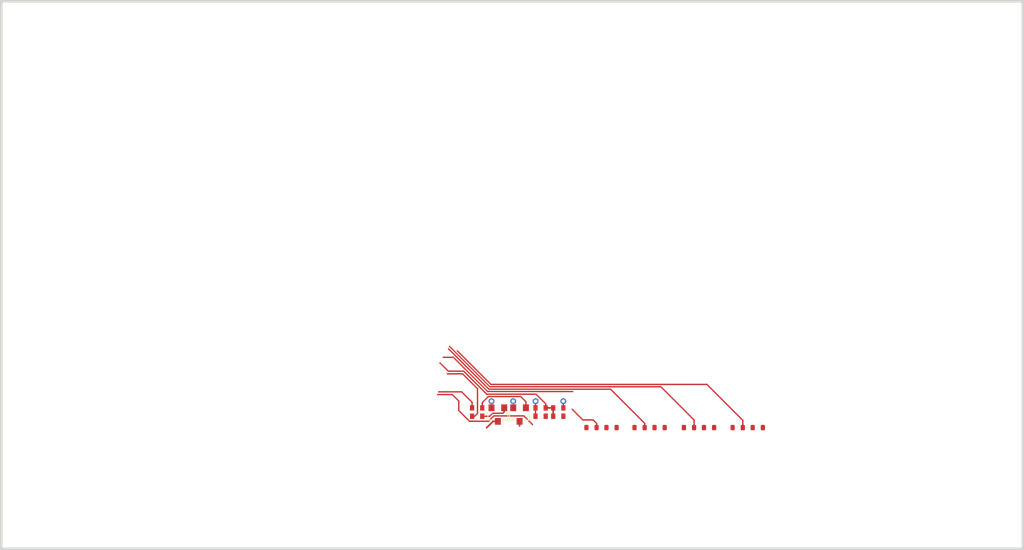
<source format=kicad_pcb>
(kicad_pcb (version 20171130) (host pcbnew "(5.1.5)-2")

  (general
    (thickness 1.6)
    (drawings 9)
    (tracks 67)
    (zones 0)
    (modules 16)
    (nets 15)
  )

  (page A4)
  (title_block
    (title "PRiMA 16G")
    (date "1 mar 2016")
    (rev 1.1)
    (company GENEVO)
  )

  (layers
    (0 Front signal)
    (31 Back signal)
    (32 B.Adhes user)
    (33 F.Adhes user)
    (34 B.Paste user)
    (35 F.Paste user)
    (36 B.SilkS user)
    (37 F.SilkS user)
    (38 B.Mask user)
    (39 F.Mask user)
    (40 Dwgs.User user)
    (41 Cmts.User user)
    (42 Eco1.User user)
    (43 Eco2.User user)
    (44 Edge.Cuts user)
    (45 Margin user)
    (46 B.CrtYd user)
    (47 F.CrtYd user)
    (48 B.Fab user)
    (49 F.Fab user)
  )

  (setup
    (last_trace_width 0.2032)
    (user_trace_width 0.254)
    (user_trace_width 0.3)
    (user_trace_width 0.4064)
    (user_trace_width 0.5)
    (user_trace_width 0.635)
    (user_trace_width 0.762)
    (user_trace_width 1.016)
    (user_trace_width 1.27)
    (trace_clearance 0.1524)
    (zone_clearance 0.254)
    (zone_45_only no)
    (trace_min 0)
    (via_size 0.889)
    (via_drill 0.4826)
    (via_min_size 0.03556)
    (via_min_drill 0.4)
    (user_via 0.635 0.4)
    (user_via 0.75 0.4)
    (uvia_size 0.508)
    (uvia_drill 0.127)
    (uvias_allowed yes)
    (uvia_min_size 0.02032)
    (uvia_min_drill 0.127)
    (edge_width 0.381)
    (segment_width 0.381)
    (pcb_text_width 0.3048)
    (pcb_text_size 1.524 2.032)
    (mod_edge_width 0.381)
    (mod_text_size 1.524 1.524)
    (mod_text_width 0.3048)
    (pad_size 3.1 3.1)
    (pad_drill 3.1)
    (pad_to_mask_clearance 0.05)
    (solder_mask_min_width 0.05)
    (aux_axis_origin 0 0)
    (visible_elements 7EFDEFFF)
    (pcbplotparams
      (layerselection 0x010dc_ffffffff)
      (usegerberextensions true)
      (usegerberattributes false)
      (usegerberadvancedattributes false)
      (creategerberjobfile false)
      (excludeedgelayer true)
      (linewidth 0.150000)
      (plotframeref false)
      (viasonmask false)
      (mode 1)
      (useauxorigin false)
      (hpglpennumber 1)
      (hpglpenspeed 20)
      (hpglpendiameter 15.000000)
      (psnegative false)
      (psa4output false)
      (plotreference true)
      (plotvalue false)
      (plotinvisibletext false)
      (padsonsilk false)
      (subtractmaskfromsilk false)
      (outputformat 1)
      (mirror false)
      (drillshape 0)
      (scaleselection 1)
      (outputdirectory "X:/genevo/!dok_produkcyjna/EvoLiNK/EVOBOX/REV1.3/GERBER_SINGLE/"))
  )

  (net 0 "")
  (net 1 GND)
  (net 2 ZD1)
  (net 3 ZD2)
  (net 4 ZD3)
  (net 5 ZD4)
  (net 6 ZREF)
  (net 7 "Net-(R309-Pad1)")
  (net 8 "Net-(R501-Pad1)")
  (net 9 "Net-(R502-Pad1)")
  (net 10 CXTX)
  (net 11 "Net-(R506-Pad1)")
  (net 12 "Net-(R507-Pad1)")
  (net 13 DXTX)
  (net 14 DXRX)

  (net_class Default "This is the default net class."
    (clearance 0.1524)
    (trace_width 0.2032)
    (via_dia 0.889)
    (via_drill 0.4826)
    (uvia_dia 0.508)
    (uvia_drill 0.127)
    (add_net CXTX)
    (add_net DXRX)
    (add_net DXTX)
    (add_net GND)
    (add_net "Net-(R309-Pad1)")
    (add_net "Net-(R501-Pad1)")
    (add_net "Net-(R502-Pad1)")
    (add_net "Net-(R506-Pad1)")
    (add_net "Net-(R507-Pad1)")
    (add_net ZD1)
    (add_net ZD2)
    (add_net ZD3)
    (add_net ZD4)
    (add_net ZREF)
  )

  (net_class Power ""
    (clearance 0.1524)
    (trace_width 0.4064)
    (via_dia 0.889)
    (via_drill 0.4826)
    (uvia_dia 0.508)
    (uvia_drill 0.127)
  )

  (module GENEVO_custom_libs:0603_REF_R_MK (layer Front) (tedit 5C533CC3) (tstamp 5DFFCF85)
    (at 60.2753 52.14914 180)
    (descr "IEC 61188-7 “Level B”")
    (path /5BDFB9A9/5E100A3C)
    (attr smd)
    (fp_text reference R506 (at 0 0 180) (layer Cmts.User)
      (effects (font (size 0.8001 0.59944) (thickness 0.1016)))
    )
    (fp_text value 2k2 (at 0 0 180) (layer Cmts.User)
      (effects (font (size 0.8001 0.59944) (thickness 0.1016)))
    )
    (fp_line (start -1.34874 0.65024) (end 1.34874 0.65024) (layer Dwgs.User) (width 0.09906))
    (fp_line (start 1.34874 0.65024) (end 1.34874 -0.65024) (layer Dwgs.User) (width 0.09906))
    (fp_line (start 1.34874 -0.65024) (end -1.34874 -0.65024) (layer Dwgs.User) (width 0.09906))
    (fp_line (start -1.34874 -0.65024) (end -1.34874 0.65024) (layer Dwgs.User) (width 0.09906))
    (pad 1 smd rect (at -0.762 0 180) (size 0.635 0.8128) (layers Front F.Paste F.Mask)
      (net 11 "Net-(R506-Pad1)"))
    (pad 2 smd rect (at 0.762 0 180) (size 0.635 0.8128) (layers Front F.Paste F.Mask)
      (net 10 CXTX))
    (model smd\capacitors\c_0603.wrl
      (at (xyz 0 0 0))
      (scale (xyz 1 1 1))
      (rotate (xyz 0 0 0))
    )
    (model ${KISYS3DMOD}/Resistor_SMD.3dshapes/R_0603_1608Metric.wrl
      (at (xyz 0 0 0))
      (scale (xyz 1 1 1))
      (rotate (xyz 0 0 0))
    )
  )

  (module GENEVO_custom_libs:0603_REF_R_MK (layer Front) (tedit 5C533CC3) (tstamp 5DFFCF7C)
    (at 60.2753 50.89946 180)
    (descr "IEC 61188-7 “Level B”")
    (path /5BDFB9A9/5E100A43)
    (attr smd)
    (fp_text reference R507 (at 0 0 180) (layer Cmts.User)
      (effects (font (size 0.8001 0.59944) (thickness 0.1016)))
    )
    (fp_text value 2k2 (at 0 0 180) (layer Cmts.User)
      (effects (font (size 0.8001 0.59944) (thickness 0.1016)))
    )
    (fp_line (start -1.34874 0.65024) (end 1.34874 0.65024) (layer Dwgs.User) (width 0.09906))
    (fp_line (start 1.34874 0.65024) (end 1.34874 -0.65024) (layer Dwgs.User) (width 0.09906))
    (fp_line (start 1.34874 -0.65024) (end -1.34874 -0.65024) (layer Dwgs.User) (width 0.09906))
    (fp_line (start -1.34874 -0.65024) (end -1.34874 0.65024) (layer Dwgs.User) (width 0.09906))
    (pad 1 smd rect (at -0.762 0 180) (size 0.635 0.8128) (layers Front F.Paste F.Mask)
      (net 12 "Net-(R507-Pad1)"))
    (pad 2 smd rect (at 0.762 0 180) (size 0.635 0.8128) (layers Front F.Paste F.Mask)
      (net 13 DXTX))
    (model smd\capacitors\c_0603.wrl
      (at (xyz 0 0 0))
      (scale (xyz 1 1 1))
      (rotate (xyz 0 0 0))
    )
    (model ${KISYS3DMOD}/Resistor_SMD.3dshapes/R_0603_1608Metric.wrl
      (at (xyz 0 0 0))
      (scale (xyz 1 1 1))
      (rotate (xyz 0 0 0))
    )
  )

  (module GENEVO_custom_libs:0603_REF_R_MK (layer Front) (tedit 5C533CC3) (tstamp 5DFFCF6A)
    (at 72.42412 52.14914 180)
    (descr "IEC 61188-7 “Level B”")
    (path /5BDFB9A9/5E100DA7)
    (attr smd)
    (fp_text reference R309 (at 0 0 180) (layer Cmts.User)
      (effects (font (size 0.8001 0.59944) (thickness 0.1016)))
    )
    (fp_text value 39k (at 0 0 180) (layer Cmts.User)
      (effects (font (size 0.8001 0.59944) (thickness 0.1016)))
    )
    (fp_line (start -1.34874 0.65024) (end 1.34874 0.65024) (layer Dwgs.User) (width 0.09906))
    (fp_line (start 1.34874 0.65024) (end 1.34874 -0.65024) (layer Dwgs.User) (width 0.09906))
    (fp_line (start 1.34874 -0.65024) (end -1.34874 -0.65024) (layer Dwgs.User) (width 0.09906))
    (fp_line (start -1.34874 -0.65024) (end -1.34874 0.65024) (layer Dwgs.User) (width 0.09906))
    (pad 1 smd rect (at -0.762 0 180) (size 0.635 0.8128) (layers Front F.Paste F.Mask)
      (net 7 "Net-(R309-Pad1)"))
    (pad 2 smd rect (at 0.762 0 180) (size 0.635 0.8128) (layers Front F.Paste F.Mask)
      (net 6 ZREF))
    (model smd\capacitors\c_0603.wrl
      (at (xyz 0 0 0))
      (scale (xyz 1 1 1))
      (rotate (xyz 0 0 0))
    )
    (model ${KISYS3DMOD}/Resistor_SMD.3dshapes/R_0603_1608Metric.wrl
      (at (xyz 0 0 0))
      (scale (xyz 1 1 1))
      (rotate (xyz 0 0 0))
    )
  )

  (module GENEVO_custom_libs:0603_REF_R_MK (layer Front) (tedit 5C533CC3) (tstamp 5DFFCF4F)
    (at 69.7749 52.14914 180)
    (descr "IEC 61188-7 “Level B”")
    (path /5BDFB9A9/5E100AC2)
    (attr smd)
    (fp_text reference R513 (at 0 0 180) (layer Cmts.User)
      (effects (font (size 0.8001 0.59944) (thickness 0.1016)))
    )
    (fp_text value 10k (at 0 0 180) (layer Cmts.User)
      (effects (font (size 0.8001 0.59944) (thickness 0.1016)))
    )
    (fp_line (start -1.34874 0.65024) (end 1.34874 0.65024) (layer Dwgs.User) (width 0.09906))
    (fp_line (start 1.34874 0.65024) (end 1.34874 -0.65024) (layer Dwgs.User) (width 0.09906))
    (fp_line (start 1.34874 -0.65024) (end -1.34874 -0.65024) (layer Dwgs.User) (width 0.09906))
    (fp_line (start -1.34874 -0.65024) (end -1.34874 0.65024) (layer Dwgs.User) (width 0.09906))
    (pad 1 smd rect (at -0.762 0 180) (size 0.635 0.8128) (layers Front F.Paste F.Mask)
      (net 14 DXRX))
    (pad 2 smd rect (at 0.762 0 180) (size 0.635 0.8128) (layers Front F.Paste F.Mask)
      (net 1 GND))
    (model smd\capacitors\c_0603.wrl
      (at (xyz 0 0 0))
      (scale (xyz 1 1 1))
      (rotate (xyz 0 0 0))
    )
    (model ${KISYS3DMOD}/Resistor_SMD.3dshapes/R_0603_1608Metric.wrl
      (at (xyz 0 0 0))
      (scale (xyz 1 1 1))
      (rotate (xyz 0 0 0))
    )
  )

  (module GENEVO_custom_libs:sot23mk (layer Front) (tedit 5C66DA5E) (tstamp 5DFFCF41)
    (at 63.3741 51.90022 180)
    (descr "SOT23 IEC 61188-7 “Level B”")
    (path /5BDFB9A9/5E100ACF)
    (attr smd)
    (fp_text reference T501 (at 0.0254 -0.3302 180) (layer Cmts.User)
      (effects (font (size 0.635 0.635) (thickness 0.1524)))
    )
    (fp_text value BC847 (at 0 0.3302 180) (layer Cmts.User) hide
      (effects (font (size 0.508 0.508) (thickness 0.1016)))
    )
    (fp_line (start -1.50114 -0.8255) (end -0.62484 -0.8255) (layer F.SilkS) (width 0.12446))
    (fp_line (start 1.50114 -0.8255) (end 0.62484 -0.8255) (layer F.SilkS) (width 0.12446))
    (fp_line (start -1.50114 -0.8255) (end -1.50114 0.29972) (layer F.SilkS) (width 0.11938))
    (fp_line (start 1.50114 -0.8255) (end 1.50114 0.29972) (layer F.SilkS) (width 0.11938))
    (fp_line (start -1.4 1.55) (end -1.4 -1.55) (layer F.CrtYd) (width 0.15))
    (fp_line (start -1.4 -1.55) (end 1.4 -1.55) (layer F.CrtYd) (width 0.15))
    (fp_line (start 1.4 -1.55) (end 1.4 1.55) (layer F.CrtYd) (width 0.15))
    (fp_line (start 1.4 1.55) (end -1.4 1.55) (layer F.CrtYd) (width 0.15))
    (pad 2 smd rect (at 0.94996 1.01854 180) (size 0.89916 1.016) (layers Front F.Paste F.Mask)
      (net 1 GND))
    (pad 3 smd rect (at 0 -1.01346 180) (size 0.89916 1.016) (layers Front F.Paste F.Mask)
      (net 8 "Net-(R501-Pad1)"))
    (pad 1 smd rect (at -0.94996 1.01854 180) (size 0.89916 1.016) (layers Front F.Paste F.Mask)
      (net 11 "Net-(R506-Pad1)"))
    (model ${KISYS3DMOD}/Package_TO_SOT_SMD.3dshapes/SOT-23.wrl
      (at (xyz 0 0 0))
      (scale (xyz 1 1 1))
      (rotate (xyz 0 0 -90))
    )
  )

  (module GENEVO_custom_libs:sot23mk (layer Front) (tedit 5C66DA5E) (tstamp 5DFFCF33)
    (at 66.6253 51.90022 180)
    (descr "SOT23 IEC 61188-7 “Level B”")
    (path /5BDFB9A9/5E100AD6)
    (attr smd)
    (fp_text reference T502 (at 0.0254 -0.3302 180) (layer Cmts.User)
      (effects (font (size 0.635 0.635) (thickness 0.1524)))
    )
    (fp_text value BC847 (at 0 0.3302 180) (layer Cmts.User) hide
      (effects (font (size 0.508 0.508) (thickness 0.1016)))
    )
    (fp_line (start -1.50114 -0.8255) (end -0.62484 -0.8255) (layer F.SilkS) (width 0.12446))
    (fp_line (start 1.50114 -0.8255) (end 0.62484 -0.8255) (layer F.SilkS) (width 0.12446))
    (fp_line (start -1.50114 -0.8255) (end -1.50114 0.29972) (layer F.SilkS) (width 0.11938))
    (fp_line (start 1.50114 -0.8255) (end 1.50114 0.29972) (layer F.SilkS) (width 0.11938))
    (fp_line (start -1.4 1.55) (end -1.4 -1.55) (layer F.CrtYd) (width 0.15))
    (fp_line (start -1.4 -1.55) (end 1.4 -1.55) (layer F.CrtYd) (width 0.15))
    (fp_line (start 1.4 -1.55) (end 1.4 1.55) (layer F.CrtYd) (width 0.15))
    (fp_line (start 1.4 1.55) (end -1.4 1.55) (layer F.CrtYd) (width 0.15))
    (pad 2 smd rect (at 0.94996 1.01854 180) (size 0.89916 1.016) (layers Front F.Paste F.Mask)
      (net 1 GND))
    (pad 3 smd rect (at 0 -1.01346 180) (size 0.89916 1.016) (layers Front F.Paste F.Mask)
      (net 9 "Net-(R502-Pad1)"))
    (pad 1 smd rect (at -0.94996 1.01854 180) (size 0.89916 1.016) (layers Front F.Paste F.Mask)
      (net 12 "Net-(R507-Pad1)"))
    (model ${KISYS3DMOD}/Package_TO_SOT_SMD.3dshapes/SOT-23.wrl
      (at (xyz 0 0 0))
      (scale (xyz 1 1 1))
      (rotate (xyz 0 0 -90))
    )
  )

  (module GENEVO_custom_libs:0603_REF_R_MK (layer Front) (tedit 5C533CC3) (tstamp 5DFFCEF3)
    (at 72.42412 50.89946 180)
    (descr "IEC 61188-7 “Level B”")
    (path /5BDFB9A9/5E100DAE)
    (attr smd)
    (fp_text reference R329 (at 0 0 180) (layer Cmts.User)
      (effects (font (size 0.8001 0.59944) (thickness 0.1016)))
    )
    (fp_text value 12k (at 0 0 180) (layer Cmts.User)
      (effects (font (size 0.8001 0.59944) (thickness 0.1016)))
    )
    (fp_line (start -1.34874 0.65024) (end 1.34874 0.65024) (layer Dwgs.User) (width 0.09906))
    (fp_line (start 1.34874 0.65024) (end 1.34874 -0.65024) (layer Dwgs.User) (width 0.09906))
    (fp_line (start 1.34874 -0.65024) (end -1.34874 -0.65024) (layer Dwgs.User) (width 0.09906))
    (fp_line (start -1.34874 -0.65024) (end -1.34874 0.65024) (layer Dwgs.User) (width 0.09906))
    (pad 1 smd rect (at -0.762 0 180) (size 0.635 0.8128) (layers Front F.Paste F.Mask)
      (net 1 GND))
    (pad 2 smd rect (at 0.762 0 180) (size 0.635 0.8128) (layers Front F.Paste F.Mask)
      (net 6 ZREF))
    (model smd\capacitors\c_0603.wrl
      (at (xyz 0 0 0))
      (scale (xyz 1 1 1))
      (rotate (xyz 0 0 0))
    )
    (model ${KISYS3DMOD}/Resistor_SMD.3dshapes/R_0603_1608Metric.wrl
      (at (xyz 0 0 0))
      (scale (xyz 1 1 1))
      (rotate (xyz 0 0 0))
    )
  )

  (module GENEVO_custom_libs:0603_REF_R_MK (layer Front) (tedit 5C533CC3) (tstamp 5DFFCEEA)
    (at 69.7749 50.89946 180)
    (descr "IEC 61188-7 “Level B”")
    (path /5BDFB9A9/5E100DB5)
    (attr smd)
    (fp_text reference C309 (at 0 0 180) (layer Cmts.User)
      (effects (font (size 0.8001 0.59944) (thickness 0.1016)))
    )
    (fp_text value 2n2 (at 0 0 180) (layer Cmts.User)
      (effects (font (size 0.8001 0.59944) (thickness 0.1016)))
    )
    (fp_line (start -1.34874 0.65024) (end 1.34874 0.65024) (layer Dwgs.User) (width 0.09906))
    (fp_line (start 1.34874 0.65024) (end 1.34874 -0.65024) (layer Dwgs.User) (width 0.09906))
    (fp_line (start 1.34874 -0.65024) (end -1.34874 -0.65024) (layer Dwgs.User) (width 0.09906))
    (fp_line (start -1.34874 -0.65024) (end -1.34874 0.65024) (layer Dwgs.User) (width 0.09906))
    (pad 1 smd rect (at -0.762 0 180) (size 0.635 0.8128) (layers Front F.Paste F.Mask)
      (net 6 ZREF))
    (pad 2 smd rect (at 0.762 0 180) (size 0.635 0.8128) (layers Front F.Paste F.Mask)
      (net 1 GND))
    (model smd\capacitors\c_0603.wrl
      (at (xyz 0 0 0))
      (scale (xyz 1 1 1))
      (rotate (xyz 0 0 0))
    )
    (model ${KISYS3DMOD}/Resistor_SMD.3dshapes/R_0603_1608Metric.wrl
      (at (xyz 0 0 0))
      (scale (xyz 1 1 1))
      (rotate (xyz 0 0 0))
    )
  )

  (module GENEVO_custom_libs:0603_REF_R_MK (layer Front) (tedit 5CC98FAE) (tstamp 5DFFDFA3)
    (at 77.4 53.85 180)
    (descr "IEC 61188-7 “Level B”")
    (path /5BDFB9A9/5E100D36)
    (attr smd)
    (fp_text reference C301 (at 0 0) (layer Cmts.User)
      (effects (font (size 0.8001 0.59944) (thickness 0.1016)))
    )
    (fp_text value 2n2 (at 0 0) (layer Cmts.User)
      (effects (font (size 0.8001 0.59944) (thickness 0.1016)))
    )
    (fp_line (start -1.34874 -0.65024) (end -1.34874 0.65024) (layer Dwgs.User) (width 0.09906))
    (fp_line (start 1.34874 -0.65024) (end -1.34874 -0.65024) (layer Dwgs.User) (width 0.09906))
    (fp_line (start 1.34874 0.65024) (end 1.34874 -0.65024) (layer Dwgs.User) (width 0.09906))
    (fp_line (start -1.34874 0.65024) (end 1.34874 0.65024) (layer Dwgs.User) (width 0.09906))
    (pad 2 smd roundrect (at 0.762 0 180) (size 0.635 0.8128) (layers Front F.Paste F.Mask) (roundrect_rratio 0.25)
      (net 1 GND))
    (pad 1 smd roundrect (at -0.762 0 180) (size 0.635 0.8128) (layers Front F.Paste F.Mask) (roundrect_rratio 0.25)
      (net 2 ZD1))
    (model smd\capacitors\c_0603.wrl
      (at (xyz 0 0 0))
      (scale (xyz 1 1 1))
      (rotate (xyz 0 0 0))
    )
    (model ${KISYS3DMOD}/Resistor_SMD.3dshapes/R_0603_1608Metric.wrl
      (at (xyz 0 0 0))
      (scale (xyz 1 1 1))
      (rotate (xyz 0 0 0))
    )
  )

  (module GENEVO_custom_libs:0603_REF_R_MK (layer Front) (tedit 5CC98FAE) (tstamp 5DFFDFAD)
    (at 84.6 53.85 180)
    (descr "IEC 61188-7 “Level B”")
    (path /5BDFB9A9/5E100D3D)
    (attr smd)
    (fp_text reference C302 (at 0 0) (layer Cmts.User)
      (effects (font (size 0.8001 0.59944) (thickness 0.1016)))
    )
    (fp_text value 2n2 (at 0 0) (layer Cmts.User)
      (effects (font (size 0.8001 0.59944) (thickness 0.1016)))
    )
    (fp_line (start -1.34874 0.65024) (end 1.34874 0.65024) (layer Dwgs.User) (width 0.09906))
    (fp_line (start 1.34874 0.65024) (end 1.34874 -0.65024) (layer Dwgs.User) (width 0.09906))
    (fp_line (start 1.34874 -0.65024) (end -1.34874 -0.65024) (layer Dwgs.User) (width 0.09906))
    (fp_line (start -1.34874 -0.65024) (end -1.34874 0.65024) (layer Dwgs.User) (width 0.09906))
    (pad 1 smd roundrect (at -0.762 0 180) (size 0.635 0.8128) (layers Front F.Paste F.Mask) (roundrect_rratio 0.25)
      (net 3 ZD2))
    (pad 2 smd roundrect (at 0.762 0 180) (size 0.635 0.8128) (layers Front F.Paste F.Mask) (roundrect_rratio 0.25)
      (net 1 GND))
    (model smd\capacitors\c_0603.wrl
      (at (xyz 0 0 0))
      (scale (xyz 1 1 1))
      (rotate (xyz 0 0 0))
    )
    (model ${KISYS3DMOD}/Resistor_SMD.3dshapes/R_0603_1608Metric.wrl
      (at (xyz 0 0 0))
      (scale (xyz 1 1 1))
      (rotate (xyz 0 0 0))
    )
  )

  (module GENEVO_custom_libs:0603_REF_R_MK (layer Front) (tedit 5CC98FAE) (tstamp 5DFFDFB7)
    (at 92 53.85 180)
    (descr "IEC 61188-7 “Level B”")
    (path /5BDFB9A9/5E100D44)
    (attr smd)
    (fp_text reference C303 (at 0 0) (layer Cmts.User)
      (effects (font (size 0.8001 0.59944) (thickness 0.1016)))
    )
    (fp_text value 2n2 (at 0 0) (layer Cmts.User)
      (effects (font (size 0.8001 0.59944) (thickness 0.1016)))
    )
    (fp_line (start -1.34874 -0.65024) (end -1.34874 0.65024) (layer Dwgs.User) (width 0.09906))
    (fp_line (start 1.34874 -0.65024) (end -1.34874 -0.65024) (layer Dwgs.User) (width 0.09906))
    (fp_line (start 1.34874 0.65024) (end 1.34874 -0.65024) (layer Dwgs.User) (width 0.09906))
    (fp_line (start -1.34874 0.65024) (end 1.34874 0.65024) (layer Dwgs.User) (width 0.09906))
    (pad 2 smd roundrect (at 0.762 0 180) (size 0.635 0.8128) (layers Front F.Paste F.Mask) (roundrect_rratio 0.25)
      (net 1 GND))
    (pad 1 smd roundrect (at -0.762 0 180) (size 0.635 0.8128) (layers Front F.Paste F.Mask) (roundrect_rratio 0.25)
      (net 4 ZD3))
    (model smd\capacitors\c_0603.wrl
      (at (xyz 0 0 0))
      (scale (xyz 1 1 1))
      (rotate (xyz 0 0 0))
    )
    (model ${KISYS3DMOD}/Resistor_SMD.3dshapes/R_0603_1608Metric.wrl
      (at (xyz 0 0 0))
      (scale (xyz 1 1 1))
      (rotate (xyz 0 0 0))
    )
  )

  (module GENEVO_custom_libs:0603_REF_R_MK (layer Front) (tedit 5CC98FAE) (tstamp 5DFFDFC1)
    (at 99.3 53.85 180)
    (descr "IEC 61188-7 “Level B”")
    (path /5BDFB9A9/5E100D4B)
    (attr smd)
    (fp_text reference C304 (at 0 0) (layer Cmts.User)
      (effects (font (size 0.8001 0.59944) (thickness 0.1016)))
    )
    (fp_text value 2n2 (at 0 0) (layer Cmts.User)
      (effects (font (size 0.8001 0.59944) (thickness 0.1016)))
    )
    (fp_line (start -1.34874 0.65024) (end 1.34874 0.65024) (layer Dwgs.User) (width 0.09906))
    (fp_line (start 1.34874 0.65024) (end 1.34874 -0.65024) (layer Dwgs.User) (width 0.09906))
    (fp_line (start 1.34874 -0.65024) (end -1.34874 -0.65024) (layer Dwgs.User) (width 0.09906))
    (fp_line (start -1.34874 -0.65024) (end -1.34874 0.65024) (layer Dwgs.User) (width 0.09906))
    (pad 1 smd roundrect (at -0.762 0 180) (size 0.635 0.8128) (layers Front F.Paste F.Mask) (roundrect_rratio 0.25)
      (net 5 ZD4))
    (pad 2 smd roundrect (at 0.762 0 180) (size 0.635 0.8128) (layers Front F.Paste F.Mask) (roundrect_rratio 0.25)
      (net 1 GND))
    (model smd\capacitors\c_0603.wrl
      (at (xyz 0 0 0))
      (scale (xyz 1 1 1))
      (rotate (xyz 0 0 0))
    )
    (model ${KISYS3DMOD}/Resistor_SMD.3dshapes/R_0603_1608Metric.wrl
      (at (xyz 0 0 0))
      (scale (xyz 1 1 1))
      (rotate (xyz 0 0 0))
    )
  )

  (module GENEVO_custom_libs:0603_REF_R_MK (layer Front) (tedit 5CC98FAE) (tstamp 5DFFE13C)
    (at 80.4 53.85)
    (descr "IEC 61188-7 “Level B”")
    (path /5BDFB9A9/5E100CC4)
    (attr smd)
    (fp_text reference R321 (at 0 0) (layer Cmts.User)
      (effects (font (size 0.8001 0.59944) (thickness 0.1016)))
    )
    (fp_text value 12k (at 0 0) (layer Cmts.User)
      (effects (font (size 0.8001 0.59944) (thickness 0.1016)))
    )
    (fp_line (start -1.34874 0.65024) (end 1.34874 0.65024) (layer Dwgs.User) (width 0.09906))
    (fp_line (start 1.34874 0.65024) (end 1.34874 -0.65024) (layer Dwgs.User) (width 0.09906))
    (fp_line (start 1.34874 -0.65024) (end -1.34874 -0.65024) (layer Dwgs.User) (width 0.09906))
    (fp_line (start -1.34874 -0.65024) (end -1.34874 0.65024) (layer Dwgs.User) (width 0.09906))
    (pad 1 smd roundrect (at -0.762 0) (size 0.635 0.8128) (layers Front F.Paste F.Mask) (roundrect_rratio 0.25)
      (net 2 ZD1))
    (pad 2 smd roundrect (at 0.762 0) (size 0.635 0.8128) (layers Front F.Paste F.Mask) (roundrect_rratio 0.25)
      (net 1 GND))
    (model smd\capacitors\c_0603.wrl
      (at (xyz 0 0 0))
      (scale (xyz 1 1 1))
      (rotate (xyz 0 0 0))
    )
    (model ${KISYS3DMOD}/Resistor_SMD.3dshapes/R_0603_1608Metric.wrl
      (at (xyz 0 0 0))
      (scale (xyz 1 1 1))
      (rotate (xyz 0 0 0))
    )
  )

  (module GENEVO_custom_libs:0603_REF_R_MK (layer Front) (tedit 5CC98FAE) (tstamp 5DFFE146)
    (at 87.6 53.85)
    (descr "IEC 61188-7 “Level B”")
    (path /5BDFB9A9/5E100CCB)
    (attr smd)
    (fp_text reference R322 (at 0 0) (layer Cmts.User)
      (effects (font (size 0.8001 0.59944) (thickness 0.1016)))
    )
    (fp_text value 12k (at 0 0) (layer Cmts.User)
      (effects (font (size 0.8001 0.59944) (thickness 0.1016)))
    )
    (fp_line (start -1.34874 -0.65024) (end -1.34874 0.65024) (layer Dwgs.User) (width 0.09906))
    (fp_line (start 1.34874 -0.65024) (end -1.34874 -0.65024) (layer Dwgs.User) (width 0.09906))
    (fp_line (start 1.34874 0.65024) (end 1.34874 -0.65024) (layer Dwgs.User) (width 0.09906))
    (fp_line (start -1.34874 0.65024) (end 1.34874 0.65024) (layer Dwgs.User) (width 0.09906))
    (pad 2 smd roundrect (at 0.762 0) (size 0.635 0.8128) (layers Front F.Paste F.Mask) (roundrect_rratio 0.25)
      (net 1 GND))
    (pad 1 smd roundrect (at -0.762 0) (size 0.635 0.8128) (layers Front F.Paste F.Mask) (roundrect_rratio 0.25)
      (net 3 ZD2))
    (model smd\capacitors\c_0603.wrl
      (at (xyz 0 0 0))
      (scale (xyz 1 1 1))
      (rotate (xyz 0 0 0))
    )
    (model ${KISYS3DMOD}/Resistor_SMD.3dshapes/R_0603_1608Metric.wrl
      (at (xyz 0 0 0))
      (scale (xyz 1 1 1))
      (rotate (xyz 0 0 0))
    )
  )

  (module GENEVO_custom_libs:0603_REF_R_MK (layer Front) (tedit 5CC98FAE) (tstamp 5DFFE150)
    (at 95 53.85)
    (descr "IEC 61188-7 “Level B”")
    (path /5BDFB9A9/5E100CD2)
    (attr smd)
    (fp_text reference R323 (at 0 0) (layer Cmts.User)
      (effects (font (size 0.8001 0.59944) (thickness 0.1016)))
    )
    (fp_text value 12k (at 0 0) (layer Cmts.User)
      (effects (font (size 0.8001 0.59944) (thickness 0.1016)))
    )
    (fp_line (start -1.34874 -0.65024) (end -1.34874 0.65024) (layer Dwgs.User) (width 0.09906))
    (fp_line (start 1.34874 -0.65024) (end -1.34874 -0.65024) (layer Dwgs.User) (width 0.09906))
    (fp_line (start 1.34874 0.65024) (end 1.34874 -0.65024) (layer Dwgs.User) (width 0.09906))
    (fp_line (start -1.34874 0.65024) (end 1.34874 0.65024) (layer Dwgs.User) (width 0.09906))
    (pad 2 smd roundrect (at 0.762 0) (size 0.635 0.8128) (layers Front F.Paste F.Mask) (roundrect_rratio 0.25)
      (net 1 GND))
    (pad 1 smd roundrect (at -0.762 0) (size 0.635 0.8128) (layers Front F.Paste F.Mask) (roundrect_rratio 0.25)
      (net 4 ZD3))
    (model smd\capacitors\c_0603.wrl
      (at (xyz 0 0 0))
      (scale (xyz 1 1 1))
      (rotate (xyz 0 0 0))
    )
    (model ${KISYS3DMOD}/Resistor_SMD.3dshapes/R_0603_1608Metric.wrl
      (at (xyz 0 0 0))
      (scale (xyz 1 1 1))
      (rotate (xyz 0 0 0))
    )
  )

  (module GENEVO_custom_libs:0603_REF_R_MK (layer Front) (tedit 5CC98FAE) (tstamp 5DFFE15A)
    (at 102.3 53.85)
    (descr "IEC 61188-7 “Level B”")
    (path /5BDFB9A9/5E100CD9)
    (attr smd)
    (fp_text reference R324 (at 0 0) (layer Cmts.User)
      (effects (font (size 0.8001 0.59944) (thickness 0.1016)))
    )
    (fp_text value 12k (at 0 0) (layer Cmts.User)
      (effects (font (size 0.8001 0.59944) (thickness 0.1016)))
    )
    (fp_line (start -1.34874 0.65024) (end 1.34874 0.65024) (layer Dwgs.User) (width 0.09906))
    (fp_line (start 1.34874 0.65024) (end 1.34874 -0.65024) (layer Dwgs.User) (width 0.09906))
    (fp_line (start 1.34874 -0.65024) (end -1.34874 -0.65024) (layer Dwgs.User) (width 0.09906))
    (fp_line (start -1.34874 -0.65024) (end -1.34874 0.65024) (layer Dwgs.User) (width 0.09906))
    (pad 1 smd roundrect (at -0.762 0) (size 0.635 0.8128) (layers Front F.Paste F.Mask) (roundrect_rratio 0.25)
      (net 5 ZD4))
    (pad 2 smd roundrect (at 0.762 0) (size 0.635 0.8128) (layers Front F.Paste F.Mask) (roundrect_rratio 0.25)
      (net 1 GND))
    (model smd\capacitors\c_0603.wrl
      (at (xyz 0 0 0))
      (scale (xyz 1 1 1))
      (rotate (xyz 0 0 0))
    )
    (model ${KISYS3DMOD}/Resistor_SMD.3dshapes/R_0603_1608Metric.wrl
      (at (xyz 0 0 0))
      (scale (xyz 1 1 1))
      (rotate (xyz 0 0 0))
    )
  )

  (gr_line (start 142 72) (end 3 72) (layer Edge.Cuts) (width 0.381))
  (gr_line (start -11 72) (end 3 72) (layer Edge.Cuts) (width 0.381) (tstamp 5E00BB4E))
  (gr_line (start -11 4) (end -11 72) (layer Edge.Cuts) (width 0.381))
  (gr_line (start 142 4) (end 142 72) (layer Dwgs.User) (width 0.12))
  (gr_line (start -11 -10) (end -11 4) (layer Edge.Cuts) (width 0.381) (tstamp 5DFDF782))
  (gr_line (start 117.025 -10) (end -11 -10) (layer Edge.Cuts) (width 0.381))
  (gr_line (start 142 26.85) (end 142 72) (layer Edge.Cuts) (width 0.381))
  (gr_line (start 142 -10) (end 117.025 -10) (layer Edge.Cuts) (width 0.381) (tstamp 5DFDF773))
  (gr_line (start 142 26.85) (end 142 -10) (layer Edge.Cuts) (width 0.381))

  (via (at 65.67534 49.90124) (size 0.889) (layers Front Back) (net 0) (tstamp 5DFFCF0E))
  (via (at 62.42414 49.90124) (size 0.889) (layers Front Back) (net 0) (tstamp 5DFFCF13))
  (segment (start 73.18612 49.9114) (end 73.17596 49.90124) (width 0.2032) (layer Front) (net 1) (tstamp 5DFFCEAE))
  (segment (start 69.0129 49.91394) (end 69.0256 49.90124) (width 0.2032) (layer Front) (net 1) (tstamp 5DFFCEAF))
  (segment (start 69.0129 52.14914) (end 69.0129 50.89946) (width 0.2032) (layer Front) (net 1) (tstamp 5DFFCEB0) (status 30))
  (segment (start 69.0129 50.89946) (end 69.0129 49.91394) (width 0.2032) (layer Front) (net 1) (tstamp 5DFFCEB1) (status 10))
  (segment (start 73.18612 50.89946) (end 73.18612 49.9114) (width 0.2032) (layer Front) (net 1) (tstamp 5DFFCEB2) (status 10))
  (via (at 69.0256 49.90124) (size 0.889) (layers Front Back) (net 1) (tstamp 5DFFCF14))
  (via (at 73.17596 49.90124) (size 0.889) (layers Front Back) (net 1) (tstamp 5DFFCF15))
  (segment (start 78.162 53.212) (end 77.65 52.7) (width 0.2032) (layer Front) (net 2))
  (segment (start 78.162 53.85) (end 78.162 53.212) (width 0.2032) (layer Front) (net 2))
  (segment (start 77.65 52.7) (end 76.1 52.7) (width 0.2032) (layer Front) (net 2))
  (segment (start 76.1 52.7) (end 74.5 51.1) (width 0.2032) (layer Front) (net 2))
  (segment (start 56.711633 43.323633) (end 55.206869 43.323633) (width 0.2032) (layer Front) (net 2))
  (segment (start 61.837999 48.449999) (end 56.711633 43.323633) (width 0.2032) (layer Front) (net 2))
  (segment (start 74.6 48.45) (end 61.837999 48.449999) (width 0.2032) (layer Front) (net 2))
  (segment (start 85.362 53.212) (end 85.362 53.85) (width 0.2032) (layer Front) (net 3))
  (segment (start 80.24439 48.09439) (end 85.362 53.212) (width 0.2032) (layer Front) (net 3))
  (segment (start 55.980895 42.05) (end 62.025285 48.09439) (width 0.2032) (layer Front) (net 3))
  (segment (start 62.025285 48.09439) (end 80.24439 48.09439) (width 0.2032) (layer Front) (net 3))
  (segment (start 92.762 52.712) (end 92.762 53.85) (width 0.2032) (layer Front) (net 4))
  (segment (start 87.788781 47.738781) (end 92.762 52.712) (width 0.2032) (layer Front) (net 4))
  (segment (start 56.128193 41.69439) (end 62.172583 47.73878) (width 0.2032) (layer Front) (net 4))
  (segment (start 62.172583 47.73878) (end 87.788781 47.738781) (width 0.2032) (layer Front) (net 4))
  (segment (start 100.062 52.762) (end 100.062 53.85) (width 0.2032) (layer Front) (net 5))
  (segment (start 94.683171 47.383171) (end 100.062 52.762) (width 0.2032) (layer Front) (net 5))
  (segment (start 62.333171 47.383171) (end 62.783171 47.383171) (width 0.2032) (layer Front) (net 5))
  (segment (start 57.302369 42.352369) (end 62.333171 47.383171) (width 0.2032) (layer Front) (net 5))
  (segment (start 62.783171 47.383171) (end 94.683171 47.383171) (width 0.2032) (layer Front) (net 5))
  (segment (start 71.66212 50.89946) (end 70.5369 50.89946) (width 0.254) (layer Front) (net 6) (tstamp 5DFFCEB8) (status 30))
  (segment (start 71.66212 52.14914) (end 71.66212 50.89946) (width 0.254) (layer Front) (net 6) (tstamp 5DFFCEB9) (status 30))
  (segment (start 70.5369 50.28986) (end 70.5369 50.89946) (width 0.2032) (layer Front) (net 6))
  (segment (start 69.09143 48.84439) (end 70.5369 50.28986) (width 0.2032) (layer Front) (net 6))
  (segment (start 61.70561 48.84439) (end 69.09143 48.84439) (width 0.2032) (layer Front) (net 6))
  (segment (start 54.7012 44.158992) (end 55.942208 45.4) (width 0.2032) (layer Front) (net 6) (tstamp 5E01B167))
  (segment (start 58.26122 45.4) (end 61.70561 48.84439) (width 0.2032) (layer Front) (net 6))
  (segment (start 55.942208 45.4) (end 58.26122 45.4) (width 0.2032) (layer Front) (net 6))
  (segment (start 62.65528 52.91368) (end 63.3741 52.91368) (width 0.254) (layer Front) (net 8) (tstamp 5DFFCEBC) (status 20))
  (segment (start 61.67738 53.89158) (end 62.65528 52.91368) (width 0.254) (layer Front) (net 8) (tstamp 5DFFCEBD))
  (segment (start 66.6253 52.91368) (end 66.6253 53.60202) (width 0.254) (layer Front) (net 9) (tstamp 5DFFCEC0) (status 10))
  (segment (start 59.5133 52.14914) (end 59.5133 52.06024) (width 0.2032) (layer Front) (net 10) (tstamp 5DFFCF1F) (status 30))
  (segment (start 59.90086 52.14914) (end 59.5133 52.14914) (width 0.2032) (layer Front) (net 10))
  (segment (start 60.3261 51.7239) (end 59.90086 52.14914) (width 0.2032) (layer Front) (net 10))
  (segment (start 55.80168 45.8) (end 58.1 45.8) (width 0.2032) (layer Front) (net 10))
  (segment (start 58.1 45.8) (end 60.3261 48.0261) (width 0.2032) (layer Front) (net 10))
  (segment (start 60.3261 48.0261) (end 60.3261 51.7239) (width 0.2032) (layer Front) (net 10))
  (segment (start 62.14982 52.14914) (end 62.5994 51.69956) (width 0.2032) (layer Front) (net 11) (tstamp 5DFFCEC1))
  (segment (start 64.1234 51.69956) (end 64.32406 51.4989) (width 0.2032) (layer Front) (net 11) (tstamp 5DFFCEC2))
  (segment (start 62.5994 51.69956) (end 64.1234 51.69956) (width 0.2032) (layer Front) (net 11) (tstamp 5DFFCEC3))
  (segment (start 61.0373 52.14914) (end 62.14982 52.14914) (width 0.2032) (layer Front) (net 11) (tstamp 5DFFCEC4) (status 10))
  (segment (start 64.32406 51.4989) (end 64.32406 50.88168) (width 0.2032) (layer Front) (net 11) (tstamp 5DFFCEC5) (status 20))
  (segment (start 61.0373 50.1127) (end 61.0373 50.89946) (width 0.2032) (layer Front) (net 12))
  (segment (start 61.95 49.2) (end 61.0373 50.1127) (width 0.2032) (layer Front) (net 12))
  (segment (start 66.8 49.2) (end 61.95 49.2) (width 0.2032) (layer Front) (net 12))
  (segment (start 67.57526 50.88168) (end 67.57526 49.97526) (width 0.2032) (layer Front) (net 12))
  (segment (start 67.57526 49.97526) (end 66.8 49.2) (width 0.2032) (layer Front) (net 12))
  (segment (start 59.5133 50.89946) (end 59.5133 50.0633) (width 0.2032) (layer Front) (net 13))
  (segment (start 57.95 48.5) (end 54.5 48.5) (width 0.2032) (layer Front) (net 13))
  (segment (start 59.5133 50.0633) (end 57.95 48.5) (width 0.2032) (layer Front) (net 13))
  (segment (start 61.97456 52.90098) (end 59.12468 52.90098) (width 0.2032) (layer Front) (net 14))
  (segment (start 62.77466 52.10088) (end 61.97456 52.90098) (width 0.2032) (layer Front) (net 14))
  (segment (start 67.27554 52.10088) (end 62.77466 52.10088) (width 0.2032) (layer Front) (net 14))
  (segment (start 68.57348 53.39882) (end 67.27554 52.10088) (width 0.2032) (layer Front) (net 14))
  (segment (start 59.12468 52.90098) (end 57.5237 51.3) (width 0.2032) (layer Front) (net 14))
  (segment (start 57.5237 51.3) (end 57.5237 49.8737) (width 0.2032) (layer Front) (net 14))
  (segment (start 56.55 48.9) (end 54.35 48.9) (width 0.2032) (layer Front) (net 14))
  (segment (start 57.5237 49.8737) (end 56.55 48.9) (width 0.2032) (layer Front) (net 14))

)

</source>
